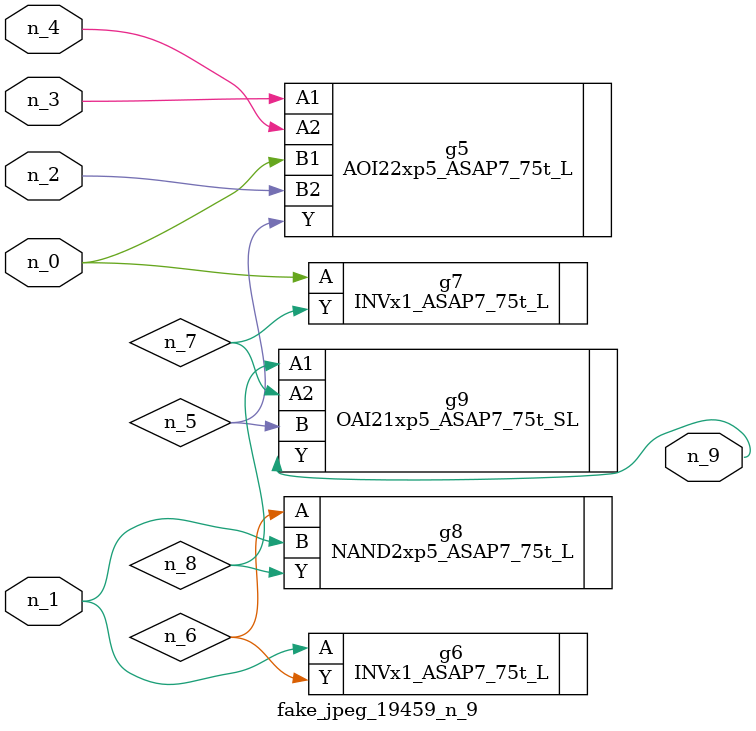
<source format=v>
module fake_jpeg_19459_n_9 (n_3, n_2, n_1, n_0, n_4, n_9);

input n_3;
input n_2;
input n_1;
input n_0;
input n_4;

output n_9;

wire n_8;
wire n_6;
wire n_5;
wire n_7;

AOI22xp5_ASAP7_75t_L g5 ( 
.A1(n_3),
.A2(n_4),
.B1(n_0),
.B2(n_2),
.Y(n_5)
);

INVx1_ASAP7_75t_L g6 ( 
.A(n_1),
.Y(n_6)
);

INVx1_ASAP7_75t_L g7 ( 
.A(n_0),
.Y(n_7)
);

NAND2xp5_ASAP7_75t_L g8 ( 
.A(n_6),
.B(n_1),
.Y(n_8)
);

OAI21xp5_ASAP7_75t_SL g9 ( 
.A1(n_8),
.A2(n_7),
.B(n_5),
.Y(n_9)
);


endmodule
</source>
